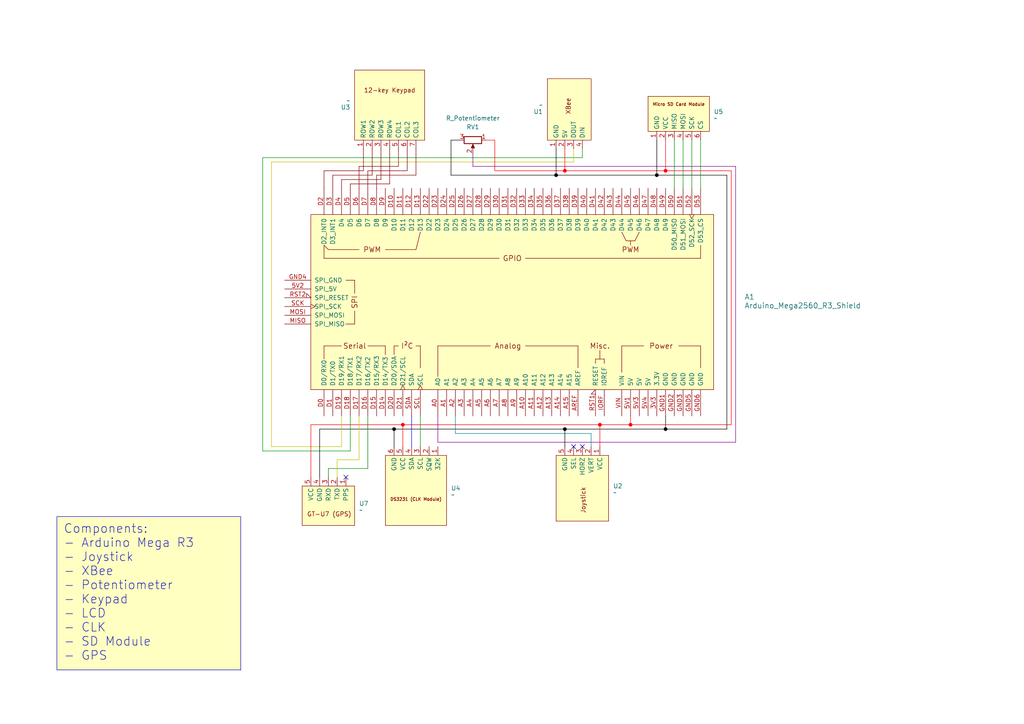
<source format=kicad_sch>
(kicad_sch (version 20231120) (generator "eeschema") (generator_version "8.0")
  (paper "A4")
  (lib_symbols
    (symbol "Device:R_Potentiometer" (pin_names (offset 1.016) hide)
      (property "Reference" "RV" (at -4.445 0 90))
      (property "Value" "R_Potentiometer" (at -2.54 0 90))
      (symbol "R_Potentiometer_0_1"
        (polyline (pts (xy 2.54 0) (xy 1.524 0)))
        (polyline (pts (xy 1.143 0) (xy 2.286 0.508) (xy 2.286 -0.508) (xy 1.143 0)) (fill (type outline)))
        (rectangle (start 1.016 2.54) (end -1.016 -2.54) (stroke (width 0.254)))
      )
      (symbol "R_Potentiometer_1_1"
        (pin passive line (at 0 3.81 270) (length 1.27) (name "1") (number "1"))
        (pin passive line (at 3.81 0 180) (length 1.27) (name "2") (number "2"))
        (pin passive line (at 0 -3.81 90) (length 1.27) (name "3") (number "3"))
      )
    )
    (symbol "PCM_arduino-library:Arduino_Mega2560_R3_Shield" (pin_names (offset 1.016))
      (property "Reference" "A" (at 0 -62.23 0))
      (property "Value" "Arduino_Mega2560_R3_Shield" (at 0 -66.04 0))
      (symbol "Arduino_Mega2560_R3_Shield_0_0"
        (rectangle (start -25.4 -58.42) (end 25.4 58.42) (fill (type background)))
        (rectangle (start -20.32 -31.75) (end -12.7 -31.75))
        (rectangle (start -19.05 -54.61) (end -12.7 -54.61))
        (rectangle (start -19.05 -19.05) (end -12.7 -19.05))
        (rectangle (start -19.05 26.67) (end -12.7 26.67))
        (rectangle (start -17.78 -26.67) (end -16.51 -26.67))
        (rectangle (start -17.78 -24.13) (end -16.51 -24.13))
        (rectangle (start -16.51 -25.4) (end -13.97 -25.4))
        (rectangle (start -16.51 -24.13) (end -16.51 -26.67))
        (rectangle (start -16.51 54.61) (end -12.7 54.61))
        (rectangle (start -15.24 34.29) (end -12.7 34.29))
        (rectangle (start -15.24 36.83) (end -12.7 36.83))
        (rectangle (start -12.7 -54.61) (end -12.7 -48.26))
        (rectangle (start -12.7 -31.75) (end -12.7 -38.1))
        (rectangle (start -12.7 26.67) (end -12.7 27.94))
        (rectangle (start -12.7 34.29) (end -12.7 33.02))
        (rectangle (start -12.7 41.91) (end -12.7 36.83))
        (rectangle (start -12.7 49.53) (end -12.7 54.61))
        (rectangle (start -6.35 48.26) (end -6.35 45.72))
        (rectangle (start -2.54 45.72) (end -6.35 45.72))
        (polyline (pts (xy -21.59 21.59) (xy -12.7 21.59)))
        (polyline (pts (xy -12.7 -19.05) (xy -12.7 -3.81)))
        (polyline (pts (xy -12.7 6.35) (xy -12.7 21.59)))
        (polyline (pts (xy 12.7 -54.61) (xy 16.51 -54.61)))
        (polyline (pts (xy 12.7 54.61) (xy 16.51 54.61)))
        (polyline (pts (xy 17.78 -34.29) (xy 16.51 -34.29)))
        (polyline (pts (xy 15.24 36.83) (xy 15.24 27.94) (xy 20.32 26.67)))
        (polyline (pts (xy 15.24 44.45) (xy 15.24 53.34) (xy 16.51 54.61)))
        (polyline (pts (xy 20.32 -31.75) (xy 17.78 -33.02) (xy 17.78 -35.56) (xy 20.32 -36.83)))
        (rectangle (start 6.35 45.72) (end 2.54 45.72))
        (rectangle (start 6.35 48.26) (end 6.35 45.72))
        (text "Analog" (at -12.7 1.27 900) (effects (font (size 1.524 1.524))))
        (text "I²C" (at -12.7 30.48 900) (effects (font (size 1.524 1.524))))
        (text "Misc." (at -12.7 -25.4 900) (effects (font (size 1.524 1.524))))
        (text "Power" (at -12.7 -43.18 900) (effects (font (size 1.524 1.524))))
        (text "PWM" (at 15.24 -34.29 900) (effects (font (size 1.524 1.524))))
        (text "PWM" (at 15.24 40.64 900) (effects (font (size 1.524 1.524))))
        (text "Serial" (at -12.7 45.72 900) (effects (font (size 1.524 1.524))))
        (text "SPI" (at 0 45.72 0) (effects (font (size 1.524 1.524))))
      )
      (symbol "Arduino_Mega2560_R3_Shield_1_0"
        (rectangle (start 12.7 -54.61) (end 12.7 -3.81))
        (rectangle (start 12.7 54.61) (end 12.7 3.81))
        (text "GPIO" (at 12.7 0 900) (effects (font (size 1.524 1.524))))
      )
      (symbol "Arduino_Mega2560_R3_Shield_1_1"
        (pin power_out line (at -33.02 -41.91 0) (length 7.62) (name "3.3V") (number "3V3"))
        (pin power_in line (at -33.02 -34.29 0) (length 7.62) (name "5V") (number "5V1"))
        (pin power_in line (at 3.81 66.04 270) (length 7.62) (name "SPI_5V") (number "5V2"))
        (pin power_in line (at -33.02 -36.83 0) (length 7.62) (name "5V") (number "5V3"))
        (pin power_in line (at -33.02 -39.37 0) (length 7.62) (name "5V") (number "5V4"))
        (pin bidirectional line (at -33.02 21.59 0) (length 7.62) (name "A0") (number "A0"))
        (pin bidirectional line (at -33.02 19.05 0) (length 7.62) (name "A1") (number "A1"))
        (pin bidirectional line (at -33.02 -3.81 0) (length 7.62) (name "A10") (number "A10"))
        (pin bidirectional line (at -33.02 -6.35 0) (length 7.62) (name "A11") (number "A11"))
        (pin bidirectional line (at -33.02 -8.89 0) (length 7.62) (name "A12") (number "A12"))
        (pin bidirectional line (at -33.02 -11.43 0) (length 7.62) (name "A13") (number "A13"))
        (pin bidirectional line (at -33.02 -13.97 0) (length 7.62) (name "A14") (number "A14"))
        (pin bidirectional line (at -33.02 -16.51 0) (length 7.62) (name "A15") (number "A15"))
        (pin bidirectional line (at -33.02 16.51 0) (length 7.62) (name "A2") (number "A2"))
        (pin bidirectional line (at -33.02 13.97 0) (length 7.62) (name "A3") (number "A3"))
        (pin bidirectional line (at -33.02 11.43 0) (length 7.62) (name "A4") (number "A4"))
        (pin bidirectional line (at -33.02 8.89 0) (length 7.62) (name "A5") (number "A5"))
        (pin bidirectional line (at -33.02 6.35 0) (length 7.62) (name "A6") (number "A6"))
        (pin bidirectional line (at -33.02 3.81 0) (length 7.62) (name "A7") (number "A7"))
        (pin bidirectional line (at -33.02 1.27 0) (length 7.62) (name "A8") (number "A8"))
        (pin bidirectional line (at -33.02 -1.27 0) (length 7.62) (name "A9") (number "A9"))
        (pin input line (at -33.02 -19.05 0) (length 7.62) (name "AREF") (number "AREF"))
        (pin bidirectional line (at -33.02 54.61 0) (length 7.62) (name "D0/RX0") (number "D0"))
        (pin bidirectional line (at -33.02 52.07 0) (length 7.62) (name "D1/TX0") (number "D1"))
        (pin bidirectional line (at 33.02 34.29 180) (length 7.62) (name "D10") (number "D10"))
        (pin bidirectional line (at 33.02 31.75 180) (length 7.62) (name "D11") (number "D11"))
        (pin bidirectional line (at 33.02 29.21 180) (length 7.62) (name "D12") (number "D12"))
        (pin bidirectional line (at 33.02 26.67 180) (length 7.62) (name "D13") (number "D13"))
        (pin bidirectional line (at -33.02 36.83 0) (length 7.62) (name "D14/TX3") (number "D14"))
        (pin bidirectional line (at -33.02 39.37 0) (length 7.62) (name "D15/RX3") (number "D15"))
        (pin bidirectional line (at -33.02 41.91 0) (length 7.62) (name "D16/TX2") (number "D16"))
        (pin bidirectional line (at -33.02 44.45 0) (length 7.62) (name "D17/RX2") (number "D17"))
        (pin bidirectional line (at -33.02 46.99 0) (length 7.62) (name "D18/TX1") (number "D18"))
        (pin bidirectional line (at -33.02 49.53 0) (length 7.62) (name "D19/RX1") (number "D19"))
        (pin bidirectional line (at 33.02 54.61 180) (length 7.62) (name "D2_INT0") (number "D2"))
        (pin bidirectional line (at -33.02 34.29 0) (length 7.62) (name "D20/SDA") (number "D20"))
        (pin bidirectional clock (at -33.02 31.75 0) (length 7.62) (name "D21/SCL") (number "D21"))
        (pin bidirectional line (at 33.02 24.13 180) (length 7.62) (name "D22") (number "D22"))
        (pin bidirectional line (at 33.02 21.59 180) (length 7.62) (name "D23") (number "D23"))
        (pin bidirectional line (at 33.02 19.05 180) (length 7.62) (name "D24") (number "D24"))
        (pin bidirectional line (at 33.02 16.51 180) (length 7.62) (name "D25") (number "D25"))
        (pin bidirectional line (at 33.02 13.97 180) (length 7.62) (name "D26") (number "D26"))
        (pin bidirectional line (at 33.02 11.43 180) (length 7.62) (name "D27") (number "D27"))
        (pin bidirectional line (at 33.02 8.89 180) (length 7.62) (name "D28") (number "D28"))
        (pin bidirectional line (at 33.02 6.35 180) (length 7.62) (name "D29") (number "D29"))
        (pin bidirectional line (at 33.02 52.07 180) (length 7.62) (name "D3_INT1") (number "D3"))
        (pin bidirectional line (at 33.02 3.81 180) (length 7.62) (name "D30") (number "D30"))
        (pin bidirectional line (at 33.02 1.27 180) (length 7.62) (name "D31") (number "D31"))
        (pin bidirectional line (at 33.02 -1.27 180) (length 7.62) (name "D32") (number "D32"))
        (pin bidirectional line (at 33.02 -3.81 180) (length 7.62) (name "D33") (number "D33"))
        (pin bidirectional line (at 33.02 -6.35 180) (length 7.62) (name "D34") (number "D34"))
        (pin bidirectional line (at 33.02 -8.89 180) (length 7.62) (name "D35") (number "D35"))
        (pin bidirectional line (at 33.02 -11.43 180) (length 7.62) (name "D36") (number "D36"))
        (pin bidirectional line (at 33.02 -13.97 180) (length 7.62) (name "D37") (number "D37"))
        (pin bidirectional line (at 33.02 -16.51 180) (length 7.62) (name "D38") (number "D38"))
        (pin bidirectional line (at 33.02 -19.05 180) (length 7.62) (name "D39") (number "D39"))
        (pin bidirectional line (at 33.02 49.53 180) (length 7.62) (name "D4") (number "D4"))
        (pin bidirectional line (at 33.02 -21.59 180) (length 7.62) (name "D40") (number "D40"))
        (pin bidirectional line (at 33.02 -24.13 180) (length 7.62) (name "D41") (number "D41"))
        (pin bidirectional line (at 33.02 -26.67 180) (length 7.62) (name "D42") (number "D42"))
        (pin bidirectional line (at 33.02 -29.21 180) (length 7.62) (name "D43") (number "D43"))
        (pin bidirectional line (at 33.02 -31.75 180) (length 7.62) (name "D44") (number "D44"))
        (pin bidirectional line (at 33.02 -34.29 180) (length 7.62) (name "D45") (number "D45"))
        (pin bidirectional line (at 33.02 -36.83 180) (length 7.62) (name "D46") (number "D46"))
        (pin bidirectional line (at 33.02 -39.37 180) (length 7.62) (name "D47") (number "D47"))
        (pin bidirectional line (at 33.02 -41.91 180) (length 7.62) (name "D48") (number "D48"))
        (pin bidirectional line (at 33.02 -44.45 180) (length 7.62) (name "D49") (number "D49"))
        (pin bidirectional line (at 33.02 46.99 180) (length 7.62) (name "D5") (number "D5"))
        (pin bidirectional line (at 33.02 -46.99 180) (length 7.62) (name "D50_MISO") (number "D50"))
        (pin bidirectional line (at 33.02 -49.53 180) (length 7.62) (name "D51_MOSI") (number "D51"))
        (pin bidirectional clock (at 33.02 -52.07 180) (length 7.62) (name "D52_SCK") (number "D52"))
        (pin bidirectional line (at 33.02 -54.61 180) (length 7.62) (name "D53_CS") (number "D53"))
        (pin bidirectional line (at 33.02 44.45 180) (length 7.62) (name "D6") (number "D6"))
        (pin bidirectional line (at 33.02 41.91 180) (length 7.62) (name "D7") (number "D7"))
        (pin bidirectional line (at 33.02 39.37 180) (length 7.62) (name "D8") (number "D8"))
        (pin bidirectional line (at 33.02 36.83 180) (length 7.62) (name "D9") (number "D9"))
        (pin power_in line (at -33.02 -44.45 0) (length 7.62) (name "GND") (number "GND1"))
        (pin power_in line (at -33.02 -46.99 0) (length 7.62) (name "GND") (number "GND2"))
        (pin power_in line (at -33.02 -49.53 0) (length 7.62) (name "GND") (number "GND3"))
        (pin power_in line (at 6.35 66.04 270) (length 7.62) (name "SPI_GND") (number "GND4"))
        (pin power_in line (at -33.02 -52.07 0) (length 7.62) (name "GND") (number "GND5"))
        (pin power_in line (at -33.02 -54.61 0) (length 7.62) (name "GND") (number "GND6"))
        (pin output line (at -33.02 -26.67 0) (length 7.62) (name "IOREF") (number "IORF"))
        (pin input line (at -6.35 66.04 270) (length 7.62) (name "SPI_MISO") (number "MISO"))
        (pin output line (at -3.81 66.04 270) (length 7.62) (name "SPI_MOSI") (number "MOSI"))
        (pin open_collector input_low (at -33.02 -24.13 0) (length 7.62) (name "RESET") (number "RST1"))
        (pin open_collector input_low (at 1.27 66.04 270) (length 7.62) (name "SPI_RESET") (number "RST2"))
        (pin output clock (at -1.27 66.04 270) (length 7.62) (name "SPI_SCK") (number "SCK"))
        (pin bidirectional clock (at -33.02 26.67 0) (length 7.62) (name "SCL") (number "SCL"))
        (pin bidirectional line (at -33.02 29.21 0) (length 7.62) (name "SDA") (number "SDA"))
        (pin power_in line (at -33.02 -31.75 0) (length 7.62) (name "VIN") (number "VIN"))
      )
    )
    (symbol "TAFLab-Symbol-Library:AnalogJoystickBreakout"
      (property "Reference" "U" (at 0 0 0))
      (symbol "AnalogJoystickBreakout_1_1"
        (rectangle (start 2.54 7.62) (end 21.59 -7.62) (fill (type background)))
        (text "Joystick" (at 15.494 0.254 0) (effects (font (size 1.27 1.27))))
        (pin power_in line (at 0 5.08 0) (length 2.54) (name "VCC") (number "1"))
        (pin unspecified line (at 0 2.54 0) (length 2.54) (name "VERT") (number "2"))
        (pin unspecified line (at 0 0 0) (length 2.54) (name "HORZ") (number "3"))
        (pin unspecified line (at 0 -2.54 0) (length 2.54) (name "SEL") (number "4"))
        (pin power_in line (at 0 -5.08 0) (length 2.54) (name "GND") (number "5"))
      )
    )
    (symbol "TAFLab-Symbol-Library:GT-U7_GPS"
      (property "Reference" "U" (at 0 0 0))
      (symbol "GT-U7_GPS_1_1"
        (rectangle (start 2.54 6.35) (end 13.97 -8.89) (fill (type background)))
        (text "GT-U7 (GPS)" (at 10.668 -1.016 900) (effects (font (size 1.27 1.27))))
        (pin unspecified line (at 0 3.81 0) (length 2.54) (name "PPS") (number "1"))
        (pin output line (at 0 1.27 0) (length 2.54) (name "TXD") (number "2"))
        (pin input line (at 0 -1.27 0) (length 2.54) (name "RXD") (number "3"))
        (pin power_in line (at 0 -3.81 0) (length 2.54) (name "GND") (number "4"))
        (pin power_in line (at 0 -6.35 0) (length 2.54) (name "VCC") (number "5"))
      )
    )
    (symbol "TAFLab-Symbol-Library:HW84_DS3231_CLK_Module"
      (property "Reference" "U" (at 0 0 0))
      (symbol "HW84_DS3231_CLK_Module_1_1"
        (rectangle (start 2.54 8.89) (end 22.86 -8.89) (fill (type background)))
        (text "DS3231 (CLK Module)" (at 15.24 0 900) (effects (font (size 0.889 0.889))))
        (pin unspecified line (at 0 6.35 0) (length 2.54) (name "32K") (number "1"))
        (pin unspecified line (at 0 3.81 0) (length 2.54) (name "SQW") (number "2"))
        (pin bidirectional line (at 0 1.27 0) (length 2.54) (name "SCL") (number "3"))
        (pin bidirectional line (at 0 -1.27 0) (length 2.54) (name "SDA") (number "4"))
        (pin power_in line (at 0 -3.81 0) (length 2.54) (name "VCC") (number "5"))
        (pin power_in line (at 0 -6.35 0) (length 2.54) (name "GND") (number "6"))
      )
    )
    (symbol "TAFLab-Symbol-Library:Keypad12Key"
      (property "Reference" "U" (at 0 0 0))
      (symbol "Keypad12Key_1_1"
        (rectangle (start 2.54 6.35) (end 22.86 -13.97) (fill (type background)))
        (text "12-key Keypad" (at 17.018 -3.81 900) (effects (font (size 1.27 1.27))))
        (pin unspecified line (at 0 3.81 0) (length 2.54) (name "ROW1") (number "1"))
        (pin unspecified line (at 0 1.27 0) (length 2.54) (name "ROW2") (number "2"))
        (pin unspecified line (at 0 -1.27 0) (length 2.54) (name "ROW3") (number "3"))
        (pin unspecified line (at 0 -3.81 0) (length 2.54) (name "ROW4") (number "4"))
        (pin unspecified line (at 0 -6.35 0) (length 2.54) (name "COL1") (number "5"))
        (pin unspecified line (at 0 -8.89 0) (length 2.54) (name "COL2") (number "6"))
        (pin unspecified line (at 0 -11.43 0) (length 2.54) (name "COL3") (number "7"))
      )
    )
    (symbol "TAFLab-Symbol-Library:Micro_SD_Card_Module"
      (property "Reference" "U" (at 0 0 0))
      (symbol "Micro_SD_Card_Module_1_1"
        (rectangle (start 2.54 5.08) (end 12.7 -12.7) (fill (type background)))
        (text "Micro SD Card Module" (at 10.414 -3.81 900) (effects (font (size 0.889 0.889))))
        (pin power_in line (at 0 2.54 0) (length 2.54) (name "GND") (number "1"))
        (pin power_in line (at 0 0 0) (length 2.54) (name "VCC") (number "2"))
        (pin unspecified line (at 0 -2.54 0) (length 2.54) (name "MISO") (number "3"))
        (pin unspecified line (at 0 -5.08 0) (length 2.54) (name "MOSI") (number "4"))
        (pin unspecified line (at 0 -7.62 0) (length 2.54) (name "SCK") (number "5"))
        (pin unspecified line (at 0 -10.16 0) (length 2.54) (name "CS") (number "6"))
      )
    )
    (symbol "TAFLab-Symbol-Library:XBeeBreakout"
      (property "Reference" "U" (at 0 0 0))
      (symbol "XBeeBreakout_1_1"
        (rectangle (start 2.54 5.08) (end 20.32 -7.62) (fill (type background)))
        (text "XBee" (at 12.446 -1.016 0) (effects (font (size 1.27 1.27))))
        (pin power_in line (at 0 2.54 0) (length 2.54) (name "GND") (number "1"))
        (pin power_in line (at 0 0 0) (length 2.54) (name "5V") (number "2"))
        (pin output line (at 0 -2.54 0) (length 2.54) (name "DOUT") (number "3"))
        (pin input line (at 0 -5.08 0) (length 2.54) (name "DIN") (number "4"))
      )
    )
  )
  (junction (at 116.84 123.19) (color 255 0 0 1))
  (junction (at 193.04 49.53) (color 255 0 0 1))
  (junction (at 173.99 123.19) (color 255 0 0 1))
  (junction (at 193.04 124.46) (color 0 0 0 1))
  (junction (at 163.83 49.53) (color 255 0 0 1))
  (junction (at 190.5 50.8) (color 0 0 0 1))
  (junction (at 114.3 124.46) (color 0 0 0 1))
  (junction (at 161.29 50.8) (color 0 0 0 1))
  (junction (at 163.83 124.46) (color 0 0 0 1))
  (junction (at 182.88 123.19) (color 255 0 0 1))
  (no_connect (at 166.37 129.54))
  (no_connect (at 168.91 129.54))
  (no_connect (at 100.33 138.43))
  (wire (pts (xy 78.74 129.54) (xy 99.06 129.54)) (stroke (width 0) (color 194 194 0 1)))
  (wire (pts (xy 118.11 49.53) (xy 118.11 43.18)) (stroke (width 0) (color 132 0 0 1)))
  (wire (pts (xy 104.14 133.35) (xy 104.14 120.65)) (stroke (width 0) (color 194 194 0 1)))
  (wire (pts (xy 173.99 123.19) (xy 116.84 123.19)) (stroke (width 0) (color 255 0 0 1)))
  (wire (pts (xy 163.83 49.53) (xy 163.83 43.18)) (stroke (width 0) (color 255 0 0 1)))
  (wire (pts (xy 143.51 40.64) (xy 140.97 40.64)) (stroke (width 0) (color 255 0 0 1)))
  (wire (pts (xy 168.91 45.72) (xy 76.2 45.72)))
  (wire (pts (xy 193.04 124.46) (xy 193.04 120.65)) (stroke (width 0) (color 0 0 0 1)))
  (wire (pts (xy 116.84 123.19) (xy 116.84 129.54)) (stroke (width 0) (color 255 0 0 1)))
  (wire (pts (xy 105.41 49.53) (xy 105.41 43.18)) (stroke (width 0) (color 132 0 0 1)))
  (wire (pts (xy 163.83 124.46) (xy 193.04 124.46)) (stroke (width 0) (color 0 0 0 1)))
  (wire (pts (xy 127 128.27) (xy 213.36 128.27)) (stroke (width 0) (color 132 0 132 1)))
  (wire (pts (xy 173.99 123.19) (xy 182.88 123.19)) (stroke (width 0) (color 255 0 0 1)))
  (wire (pts (xy 190.5 50.8) (xy 210.82 50.8)) (stroke (width 0) (color 0 0 0 1)))
  (wire (pts (xy 92.71 124.46) (xy 92.71 138.43)) (stroke (width 0) (color 0 0 0 1)))
  (wire (pts (xy 203.2 40.64) (xy 203.2 54.61)))
  (wire (pts (xy 90.17 123.19) (xy 90.17 138.43)) (stroke (width 0) (color 255 0 0 1)))
  (wire (pts (xy 168.91 43.18) (xy 168.91 45.72)))
  (wire (pts (xy 120.65 50.8) (xy 120.65 43.18)) (stroke (width 0) (color 132 0 0 1)))
  (wire (pts (xy 99.06 54.61) (xy 99.06 52.07)) (stroke (width 0) (color 132 0 0 1)))
  (wire (pts (xy 121.92 120.65) (xy 121.92 129.54)))
  (wire (pts (xy 110.49 52.07) (xy 110.49 43.18)) (stroke (width 0) (color 132 0 0 1)))
  (wire (pts (xy 106.68 49.53) (xy 118.11 49.53)) (stroke (width 0) (color 132 0 0 1)))
  (wire (pts (xy 130.81 40.64) (xy 133.35 40.64)) (stroke (width 0) (color 0 0 0 1)))
  (wire (pts (xy 97.79 133.35) (xy 104.14 133.35)) (stroke (width 0) (color 194 194 0 1)))
  (wire (pts (xy 166.37 43.18) (xy 166.37 46.99)) (stroke (width 0) (color 194 194 0 1)))
  (wire (pts (xy 163.83 129.54) (xy 163.83 124.46)) (stroke (width 0) (color 0 0 0 1)))
  (wire (pts (xy 97.79 138.43) (xy 97.79 133.35)) (stroke (width 0) (color 194 194 0 1)))
  (wire (pts (xy 195.58 40.64) (xy 195.58 54.61)))
  (wire (pts (xy 78.74 46.99) (xy 78.74 129.54)) (stroke (width 0) (color 194 194 0 1)))
  (wire (pts (xy 132.08 120.65) (xy 132.08 125.73)) (stroke (width 0) (color 0 132 132 1)))
  (wire (pts (xy 200.66 40.64) (xy 200.66 54.61)))
  (wire (pts (xy 115.57 48.26) (xy 115.57 43.18)) (stroke (width 0) (color 132 0 0 1)))
  (wire (pts (xy 101.6 53.34) (xy 113.03 53.34)) (stroke (width 0) (color 132 0 0 1)))
  (wire (pts (xy 76.2 45.72) (xy 76.2 130.81)))
  (wire (pts (xy 109.22 54.61) (xy 109.22 50.8)) (stroke (width 0) (color 132 0 0 1)))
  (wire (pts (xy 96.52 50.8) (xy 107.95 50.8)) (stroke (width 0) (color 132 0 0 1)))
  (wire (pts (xy 137.16 48.26) (xy 137.16 44.45)) (stroke (width 0) (color 132 0 132 1)))
  (wire (pts (xy 76.2 130.81) (xy 101.6 130.81)))
  (wire (pts (xy 107.95 50.8) (xy 107.95 43.18)) (stroke (width 0) (color 132 0 0 1)))
  (wire (pts (xy 161.29 50.8) (xy 130.81 50.8)) (stroke (width 0) (color 0 0 0 1)))
  (wire (pts (xy 130.81 50.8) (xy 130.81 40.64)) (stroke (width 0) (color 0 0 0 1)))
  (wire (pts (xy 132.08 125.73) (xy 171.45 125.73)) (stroke (width 0) (color 0 132 132 1)))
  (wire (pts (xy 116.84 123.19) (xy 90.17 123.19)) (stroke (width 0) (color 255 0 0 1)))
  (wire (pts (xy 101.6 130.81) (xy 101.6 120.65)))
  (wire (pts (xy 104.14 48.26) (xy 104.14 54.61)) (stroke (width 0) (color 132 0 0 1)))
  (wire (pts (xy 114.3 124.46) (xy 114.3 129.54)) (stroke (width 0) (color 0 0 0 1)))
  (wire (pts (xy 113.03 53.34) (xy 113.03 43.18)) (stroke (width 0) (color 132 0 0 1)))
  (wire (pts (xy 119.38 120.65) (xy 119.38 129.54)) (stroke (width 0) (color 0 0 255 1)))
  (wire (pts (xy 161.29 50.8) (xy 190.5 50.8)) (stroke (width 0) (color 0 0 0 1)))
  (wire (pts (xy 95.25 135.89) (xy 106.68 135.89)) (stroke (width 0) (color 0 132 0 1)))
  (wire (pts (xy 99.06 129.54) (xy 99.06 120.65)) (stroke (width 0) (color 194 194 0 1)))
  (wire (pts (xy 106.68 54.61) (xy 106.68 49.53)) (stroke (width 0) (color 132 0 0 1)))
  (wire (pts (xy 212.09 123.19) (xy 212.09 49.53)) (stroke (width 0) (color 255 0 0 1)))
  (wire (pts (xy 106.68 135.89) (xy 106.68 120.65)) (stroke (width 0) (color 0 132 0 1)))
  (wire (pts (xy 190.5 40.64) (xy 190.5 50.8)) (stroke (width 0) (color 0 0 0 1)))
  (wire (pts (xy 166.37 46.99) (xy 78.74 46.99)) (stroke (width 0) (color 194 194 0 1)))
  (wire (pts (xy 109.22 50.8) (xy 120.65 50.8)) (stroke (width 0) (color 132 0 0 1)))
  (wire (pts (xy 182.88 123.19) (xy 212.09 123.19)) (stroke (width 0) (color 255 0 0 1)))
  (wire (pts (xy 163.83 124.46) (xy 114.3 124.46)) (stroke (width 0) (color 0 0 0 1)))
  (wire (pts (xy 127 128.27) (xy 127 120.65)) (stroke (width 0) (color 132 0 132 1)))
  (wire (pts (xy 96.52 54.61) (xy 96.52 50.8)) (stroke (width 0) (color 132 0 0 1)))
  (wire (pts (xy 210.82 50.8) (xy 210.82 124.46)) (stroke (width 0) (color 0 0 0 1)))
  (wire (pts (xy 213.36 128.27) (xy 213.36 48.26)) (stroke (width 0) (color 132 0 132 1)))
  (wire (pts (xy 95.25 138.43) (xy 95.25 135.89)) (stroke (width 0) (color 0 132 0 1)))
  (wire (pts (xy 115.57 48.26) (xy 104.14 48.26)) (stroke (width 0) (color 132 0 0 1)))
  (wire (pts (xy 210.82 124.46) (xy 193.04 124.46)) (stroke (width 0) (color 0 0 0 1)))
  (wire (pts (xy 171.45 129.54) (xy 171.45 125.73)) (stroke (width 0) (color 0 132 132 1)))
  (wire (pts (xy 182.88 123.19) (xy 182.88 120.65)) (stroke (width 0) (color 255 0 0 1)))
  (wire (pts (xy 173.99 123.19) (xy 173.99 129.54)) (stroke (width 0) (color 255 0 0 1)))
  (wire (pts (xy 93.98 54.61) (xy 93.98 49.53)) (stroke (width 0) (color 132 0 0 1)))
  (wire (pts (xy 161.29 43.18) (xy 161.29 50.8)) (stroke (width 0) (color 0 0 0 1)))
  (wire (pts (xy 99.06 52.07) (xy 110.49 52.07)) (stroke (width 0) (color 132 0 0 1)))
  (wire (pts (xy 93.98 49.53) (xy 105.41 49.53)) (stroke (width 0) (color 132 0 0 1)))
  (wire (pts (xy 193.04 49.53) (xy 212.09 49.53)) (stroke (width 0) (color 255 0 0 1)))
  (wire (pts (xy 193.04 40.64) (xy 193.04 49.53)) (stroke (width 0) (color 255 0 0 1)))
  (wire (pts (xy 163.83 49.53) (xy 193.04 49.53)) (stroke (width 0) (color 255 0 0 1)))
  (wire (pts (xy 198.12 40.64) (xy 198.12 54.61)))
  (wire (pts (xy 101.6 54.61) (xy 101.6 53.34)) (stroke (width 0) (color 132 0 0 1)))
  (wire (pts (xy 143.51 49.53) (xy 143.51 40.64)) (stroke (width 0) (color 255 0 0 1)))
  (wire (pts (xy 213.36 48.26) (xy 137.16 48.26)) (stroke (width 0) (color 132 0 132 1)))
  (wire (pts (xy 114.3 124.46) (xy 92.71 124.46)) (stroke (width 0) (color 0 0 0 1)))
  (wire (pts (xy 163.83 49.53) (xy 143.51 49.53)) (stroke (width 0) (color 255 0 0 1)))
  (text_box "Components:\n- Arduino Mega R3\n- Joystick\n- XBee\n- Potentiometer\n- Keypad\n- LCD\n- CLK\n- SD Module\n- GPS" (at 16.51 149.86 0) (size 53.34 44.45) (fill (type color) (color 255 255 194 1)) (effects (font (size 2.54 2.54)) (justify left top)))
  (symbol (lib_id "TAFLab-Symbol-Library:Keypad12Key") (at 109.22 43.18 90) (unit 1)
    (property "Reference" "U3" (at 101.6 31.1151 90) (effects (justify left)))
    (property "Value" "~" (at 101.6 29.21 90) (effects (justify left)))
    (property "Footprint" "TAFLab-Footprint-Library:Keypad" (effects (hide yes)))
  )
  (symbol (lib_id "TAFLab-Symbol-Library:AnalogJoystickBreakout") (at 168.91 129.54 270) (unit 1)
    (property "Reference" "U2" (at 177.8 140.9699 90) (effects (justify left)))
    (property "Value" "~" (at 177.8 142.875 90) (effects (justify left)))
    (property "Footprint" "TAFLab-Footprint-Library:JoyStick" (effects (hide yes)))
  )
  (symbol (lib_id "TAFLab-Symbol-Library:HW84_DS3231_CLK_Module") (at 120.65 129.54 270) (unit 1)
    (property "Reference" "U4" (at 130.81 141.6049 90) (effects (justify left)))
    (property "Value" "~" (at 130.81 143.51 90) (effects (justify left)))
    (property "Footprint" "TAFLab-Footprint-Library:HW84_DS3231_CLK_Module" (effects (hide yes)))
  )
  (symbol (lib_id "PCM_arduino-library:Arduino_Mega2560_R3_Shield") (at 148.59 87.63 90) (unit 1)
    (property "Reference" "A1" (at 215.9 86.106 90) (effects (font (size 1.524 1.524)) (justify right)))
    (property "Value" "Arduino_Mega2560_R3_Shield" (at 215.9 88.646 90) (effects (font (size 1.524 1.524)) (justify right)))
    (property "Footprint" "PCM_arduino-library:Arduino_Mega2560_R3_Shield" (effects (hide yes)))
    (property "Datasheet" "https://docs.arduino.cc/hardware/mega-2560" (effects (hide yes)))
    (property "Description" "Shield for Arduino Mega 2560 R3" (effects (hide yes)))
  )
  (symbol (lib_id "TAFLab-Symbol-Library:GT-U7_GPS") (at 96.52 138.43 270) (unit 1)
    (property "Reference" "U7" (at 104.14 146.0499 90) (effects (justify left)))
    (property "Value" "~" (at 104.14 147.955 90) (effects (justify left)))
    (property "Footprint" "TAFLab-Footprint-Library:GT-U7_GPS" (effects (hide yes)))
  )
  (symbol (lib_id "TAFLab-Symbol-Library:XBeeBreakout") (at 163.83 43.18 90) (unit 1)
    (property "Reference" "U1" (at 157.48 32.3851 90) (effects (justify left)))
    (property "Value" "~" (at 157.48 30.48 90) (effects (justify left)))
    (property "Footprint" "TAFLab-Footprint-Library:XBeeBreakout" (effects (hide yes)))
  )
  (symbol (lib_id "Device:R_Potentiometer") (at 137.16 40.64 270) (unit 1)
    (property "Reference" "RV1" (at 137.16 36.83 90))
    (property "Value" "R_Potentiometer" (at 137.16 34.29 90))
    (property "Footprint" "TAFLab-Footprint-Library:Potentiometer" (effects (hide yes)))
    (property "Description" "Potentiometer" (effects (hide yes)))
  )
  (symbol (lib_id "TAFLab-Symbol-Library:Micro_SD_Card_Module") (at 193.04 40.64 90) (unit 1)
    (property "Reference" "U5" (at 207.01 32.3849 90) (effects (justify right)))
    (property "Value" "~" (at 207.01 34.29 90) (effects (justify right)))
    (property "Footprint" "TAFLab-Footprint-Library:Micro_SD_Module" (effects (hide yes)))
  )
)
</source>
